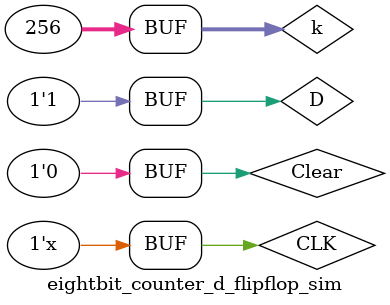
<source format=v>
`timescale 1ns / 1ps

module eightbit_counter_d_flipflop_sim;

reg CLK;
reg D;
reg Clear;
wire [7:0] Q;
integer k;

eightbit_counter_d_flipflop ttul(.CLK(CLK), .D(D), .Clear(Clear), .Q(Q));

always #0.5 CLK = !CLK;

initial
    begin
        // Clear high, input low
        CLK = 0; Clear = 1; D = 0;
        for(k = 0; k < 8; k = k + 1)
            #1;
            
        // Clear low, input low
        CLK = 0; Clear = 0; D = 0;
        for(k = 0; k < 256; k = k + 1)
            #1;
            
        // Clear high, input high
        CLK = 0; Clear = 1; D = 1;
        for(k = 0; k < 8; k = k + 1)
            #1;
        
        // Clear low, input high
        CLK = 0; Clear = 0; D = 1;
        for(k = 0; k < 256; k = k + 1)
            #1;        
    end 

endmodule

</source>
